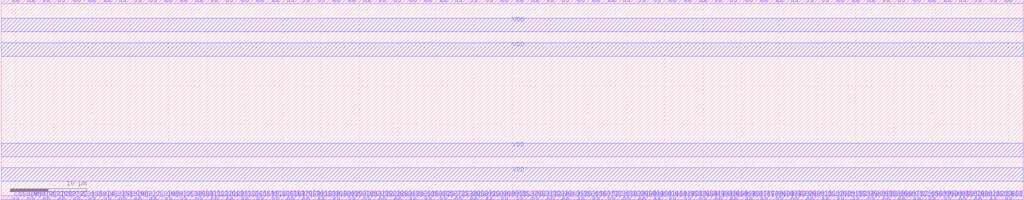
<source format=lef>
VERSION 5.7 ;
  NOWIREEXTENSIONATPIN ON ;
  DIVIDERCHAR "/" ;
  BUSBITCHARS "[]" ;
MACRO dac2u128out4in
  CLASS BLOCK ;
  FOREIGN dac2u128out4in ;
  ORIGIN 1.900 4.910 ;
  SIZE 133.800 BY 26.190 ;
  PIN VSS
    USE GROUND ;
    PORT
      LAYER Metal1 ;
        RECT -1.900 20.780 131.900 21.280 ;
    END
    PORT
      LAYER Metal1 ;
        RECT -1.900 -4.910 131.900 -4.410 ;
    END
  END VSS
#  PIN VbiasP[1]
#    PORT
#      LAYER Metal1 ;
#        RECT -1.000 10.040 131.000 14.970 ;
#    END
#  END VbiasP[1]
#  PIN Iout
#    PORT
#      LAYER Metal1 ;
#        RECT -1.900 7.835 131.900 8.535 ;
#    END
#  END Iout
#  PIN VbiasP[0]
#    PORT
#      LAYER Metal1 ;
#        RECT -1.000 1.400 131.000 6.330 ;
#    END
#  END VbiasP[0]
  PIN ON[64]
    PORT
      LAYER Metal2 ;
        RECT 128.130 20.990 128.420 21.280 ;
    END
  END ON[64]
  PIN ONB[64]
    PORT
      LAYER Metal2 ;
        RECT 127.580 20.990 127.870 21.280 ;
    END
  END ONB[64]
  PIN ON[65]
    PORT
      LAYER Metal2 ;
        RECT 126.130 20.990 126.420 21.280 ;
    END
  END ON[65]
  PIN ONB[65]
    PORT
      LAYER Metal2 ;
        RECT 125.580 20.990 125.870 21.280 ;
    END
  END ONB[65]
  PIN ON[66]
    PORT
      LAYER Metal2 ;
        RECT 124.130 20.990 124.420 21.280 ;
    END
  END ON[66]
  PIN ONB[66]
    PORT
      LAYER Metal2 ;
        RECT 123.580 20.990 123.870 21.280 ;
    END
  END ONB[66]
  PIN ON[67]
    PORT
      LAYER Metal2 ;
        RECT 122.130 20.990 122.420 21.280 ;
    END
  END ON[67]
  PIN ONB[67]
    PORT
      LAYER Metal2 ;
        RECT 121.580 20.990 121.870 21.280 ;
    END
  END ONB[67]
  PIN ON[68]
    PORT
      LAYER Metal2 ;
        RECT 120.130 20.990 120.420 21.280 ;
    END
  END ON[68]
  PIN ONB[68]
    PORT
      LAYER Metal2 ;
        RECT 119.580 20.990 119.870 21.280 ;
    END
  END ONB[68]
  PIN ON[69]
    PORT
      LAYER Metal2 ;
        RECT 118.130 20.990 118.420 21.280 ;
    END
  END ON[69]
  PIN ONB[69]
    PORT
      LAYER Metal2 ;
        RECT 117.580 20.990 117.870 21.280 ;
    END
  END ONB[69]
  PIN ON[70]
    PORT
      LAYER Metal2 ;
        RECT 116.130 20.990 116.420 21.280 ;
    END
  END ON[70]
  PIN ONB[70]
    PORT
      LAYER Metal2 ;
        RECT 115.580 20.990 115.870 21.280 ;
    END
  END ONB[70]
  PIN ON[71]
    PORT
      LAYER Metal2 ;
        RECT 114.130 20.990 114.420 21.280 ;
    END
  END ON[71]
  PIN ONB[71]
    PORT
      LAYER Metal2 ;
        RECT 113.580 20.990 113.870 21.280 ;
    END
  END ONB[71]
  PIN ON[72]
    PORT
      LAYER Metal2 ;
        RECT 112.130 20.990 112.420 21.280 ;
    END
  END ON[72]
  PIN ONB[72]
    PORT
      LAYER Metal2 ;
        RECT 111.580 20.990 111.870 21.280 ;
    END
  END ONB[72]
  PIN ON[73]
    PORT
      LAYER Metal2 ;
        RECT 110.130 20.990 110.420 21.280 ;
    END
  END ON[73]
  PIN ONB[73]
    PORT
      LAYER Metal2 ;
        RECT 109.580 20.990 109.870 21.280 ;
    END
  END ONB[73]
  PIN ON[74]
    PORT
      LAYER Metal2 ;
        RECT 108.130 20.990 108.420 21.280 ;
    END
  END ON[74]
  PIN ONB[74]
    PORT
      LAYER Metal2 ;
        RECT 107.580 20.990 107.870 21.280 ;
    END
  END ONB[74]
  PIN ON[75]
    PORT
      LAYER Metal2 ;
        RECT 106.130 20.990 106.420 21.280 ;
    END
  END ON[75]
  PIN ONB[75]
    PORT
      LAYER Metal2 ;
        RECT 105.580 20.990 105.870 21.280 ;
    END
  END ONB[75]
  PIN ON[76]
    PORT
      LAYER Metal2 ;
        RECT 104.130 20.990 104.420 21.280 ;
    END
  END ON[76]
  PIN ONB[76]
    PORT
      LAYER Metal2 ;
        RECT 103.580 20.990 103.870 21.280 ;
    END
  END ONB[76]
  PIN ON[77]
    PORT
      LAYER Metal2 ;
        RECT 102.130 20.990 102.420 21.280 ;
    END
  END ON[77]
  PIN ONB[77]
    PORT
      LAYER Metal2 ;
        RECT 101.580 20.990 101.870 21.280 ;
    END
  END ONB[77]
  PIN ON[78]
    PORT
      LAYER Metal2 ;
        RECT 100.130 20.990 100.420 21.280 ;
    END
  END ON[78]
  PIN ONB[78]
    PORT
      LAYER Metal2 ;
        RECT 99.580 20.990 99.870 21.280 ;
    END
  END ONB[78]
  PIN ON[79]
    PORT
      LAYER Metal2 ;
        RECT 98.130 20.990 98.420 21.280 ;
    END
  END ON[79]
  PIN ONB[79]
    PORT
      LAYER Metal2 ;
        RECT 97.580 20.990 97.870 21.280 ;
    END
  END ONB[79]
  PIN ON[80]
    PORT
      LAYER Metal2 ;
        RECT 96.130 20.990 96.420 21.280 ;
    END
  END ON[80]
  PIN ONB[80]
    PORT
      LAYER Metal2 ;
        RECT 95.580 20.990 95.870 21.280 ;
    END
  END ONB[80]
  PIN ON[81]
    PORT
      LAYER Metal2 ;
        RECT 94.130 20.990 94.420 21.280 ;
    END
  END ON[81]
  PIN ONB[81]
    PORT
      LAYER Metal2 ;
        RECT 93.580 20.990 93.870 21.280 ;
    END
  END ONB[81]
  PIN ON[82]
    PORT
      LAYER Metal2 ;
        RECT 92.130 20.990 92.420 21.280 ;
    END
  END ON[82]
  PIN ONB[82]
    PORT
      LAYER Metal2 ;
        RECT 91.580 20.990 91.870 21.280 ;
    END
  END ONB[82]
  PIN ON[83]
    PORT
      LAYER Metal2 ;
        RECT 90.130 20.990 90.420 21.280 ;
    END
  END ON[83]
  PIN ONB[83]
    PORT
      LAYER Metal2 ;
        RECT 89.580 20.990 89.870 21.280 ;
    END
  END ONB[83]
  PIN ON[84]
    PORT
      LAYER Metal2 ;
        RECT 88.130 20.990 88.420 21.280 ;
    END
  END ON[84]
  PIN ONB[84]
    PORT
      LAYER Metal2 ;
        RECT 87.580 20.990 87.870 21.280 ;
    END
  END ONB[84]
  PIN ON[85]
    PORT
      LAYER Metal2 ;
        RECT 86.130 20.990 86.420 21.280 ;
    END
  END ON[85]
  PIN ONB[85]
    PORT
      LAYER Metal2 ;
        RECT 85.580 20.990 85.870 21.280 ;
    END
  END ONB[85]
  PIN ON[86]
    PORT
      LAYER Metal2 ;
        RECT 84.130 20.990 84.420 21.280 ;
    END
  END ON[86]
  PIN ONB[86]
    PORT
      LAYER Metal2 ;
        RECT 83.580 20.990 83.870 21.280 ;
    END
  END ONB[86]
  PIN ON[87]
    PORT
      LAYER Metal2 ;
        RECT 82.130 20.990 82.420 21.280 ;
    END
  END ON[87]
  PIN ONB[87]
    PORT
      LAYER Metal2 ;
        RECT 81.580 20.990 81.870 21.280 ;
    END
  END ONB[87]
  PIN ON[88]
    PORT
      LAYER Metal2 ;
        RECT 80.130 20.990 80.420 21.280 ;
    END
  END ON[88]
  PIN ONB[88]
    PORT
      LAYER Metal2 ;
        RECT 79.580 20.990 79.870 21.280 ;
    END
  END ONB[88]
  PIN ON[89]
    PORT
      LAYER Metal2 ;
        RECT 78.130 20.990 78.420 21.280 ;
    END
  END ON[89]
  PIN ONB[89]
    PORT
      LAYER Metal2 ;
        RECT 77.580 20.990 77.870 21.280 ;
    END
  END ONB[89]
  PIN ON[90]
    PORT
      LAYER Metal2 ;
        RECT 76.130 20.990 76.420 21.280 ;
    END
  END ON[90]
  PIN ONB[90]
    PORT
      LAYER Metal2 ;
        RECT 75.580 20.990 75.870 21.280 ;
    END
  END ONB[90]
  PIN ON[91]
    PORT
      LAYER Metal2 ;
        RECT 74.130 20.990 74.420 21.280 ;
    END
  END ON[91]
  PIN ONB[91]
    PORT
      LAYER Metal2 ;
        RECT 73.580 20.990 73.870 21.280 ;
    END
  END ONB[91]
  PIN ON[92]
    PORT
      LAYER Metal2 ;
        RECT 72.130 20.990 72.420 21.280 ;
    END
  END ON[92]
  PIN ONB[92]
    PORT
      LAYER Metal2 ;
        RECT 71.580 20.990 71.870 21.280 ;
    END
  END ONB[92]
  PIN ON[93]
    PORT
      LAYER Metal2 ;
        RECT 70.130 20.990 70.420 21.280 ;
    END
  END ON[93]
  PIN ONB[93]
    PORT
      LAYER Metal2 ;
        RECT 69.580 20.990 69.870 21.280 ;
    END
  END ONB[93]
  PIN ON[94]
    PORT
      LAYER Metal2 ;
        RECT 68.130 20.990 68.420 21.280 ;
    END
  END ON[94]
  PIN ONB[94]
    PORT
      LAYER Metal2 ;
        RECT 67.580 20.990 67.870 21.280 ;
    END
  END ONB[94]
  PIN ON[95]
    PORT
      LAYER Metal2 ;
        RECT 66.130 20.990 66.420 21.280 ;
    END
  END ON[95]
  PIN ONB[95]
    PORT
      LAYER Metal2 ;
        RECT 65.580 20.990 65.870 21.280 ;
    END
  END ONB[95]
  PIN EN[2]
    PORT
      LAYER Metal2 ;
        RECT 130.130 20.990 130.420 21.280 ;
    END
  END EN[2]
  PIN ENB[2]
    PORT
      LAYER Metal2 ;
        RECT 129.580 20.990 129.870 21.280 ;
    END
  END ENB[2]
  PIN ON[97]
    PORT
      LAYER Metal2 ;
        RECT 62.130 20.990 62.420 21.280 ;
    END
  END ON[97]
  PIN ONB[97]
    PORT
      LAYER Metal2 ;
        RECT 61.580 20.990 61.870 21.280 ;
    END
  END ONB[97]
  PIN ON[98]
    PORT
      LAYER Metal2 ;
        RECT 60.130 20.990 60.420 21.280 ;
    END
  END ON[98]
  PIN ONB[98]
    PORT
      LAYER Metal2 ;
        RECT 59.580 20.990 59.870 21.280 ;
    END
  END ONB[98]
  PIN ON[99]
    PORT
      LAYER Metal2 ;
        RECT 58.130 20.990 58.420 21.280 ;
    END
  END ON[99]
  PIN ONB[99]
    PORT
      LAYER Metal2 ;
        RECT 57.580 20.990 57.870 21.280 ;
    END
  END ONB[99]
  PIN ON[100]
    PORT
      LAYER Metal2 ;
        RECT 56.130 20.990 56.420 21.280 ;
    END
  END ON[100]
  PIN ONB[100]
    PORT
      LAYER Metal2 ;
        RECT 55.580 20.990 55.870 21.280 ;
    END
  END ONB[100]
  PIN ON[101]
    PORT
      LAYER Metal2 ;
        RECT 54.130 20.990 54.420 21.280 ;
    END
  END ON[101]
  PIN ONB[101]
    PORT
      LAYER Metal2 ;
        RECT 53.580 20.990 53.870 21.280 ;
    END
  END ONB[101]
  PIN ON[102]
    PORT
      LAYER Metal2 ;
        RECT 52.130 20.990 52.420 21.280 ;
    END
  END ON[102]
  PIN ONB[102]
    PORT
      LAYER Metal2 ;
        RECT 51.580 20.990 51.870 21.280 ;
    END
  END ONB[102]
  PIN ON[103]
    PORT
      LAYER Metal2 ;
        RECT 50.130 20.990 50.420 21.280 ;
    END
  END ON[103]
  PIN ONB[103]
    PORT
      LAYER Metal2 ;
        RECT 49.580 20.990 49.870 21.280 ;
    END
  END ONB[103]
  PIN ON[104]
    PORT
      LAYER Metal2 ;
        RECT 48.130 20.990 48.420 21.280 ;
    END
  END ON[104]
  PIN ONB[104]
    PORT
      LAYER Metal2 ;
        RECT 47.580 20.990 47.870 21.280 ;
    END
  END ONB[104]
  PIN ON[105]
    PORT
      LAYER Metal2 ;
        RECT 46.130 20.990 46.420 21.280 ;
    END
  END ON[105]
  PIN ONB[105]
    PORT
      LAYER Metal2 ;
        RECT 45.580 20.990 45.870 21.280 ;
    END
  END ONB[105]
  PIN ON[106]
    PORT
      LAYER Metal2 ;
        RECT 44.130 20.990 44.420 21.280 ;
    END
  END ON[106]
  PIN ONB[106]
    PORT
      LAYER Metal2 ;
        RECT 43.580 20.990 43.870 21.280 ;
    END
  END ONB[106]
  PIN ON[107]
    PORT
      LAYER Metal2 ;
        RECT 42.130 20.990 42.420 21.280 ;
    END
  END ON[107]
  PIN ONB[107]
    PORT
      LAYER Metal2 ;
        RECT 41.580 20.990 41.870 21.280 ;
    END
  END ONB[107]
  PIN ON[108]
    PORT
      LAYER Metal2 ;
        RECT 40.130 20.990 40.420 21.280 ;
    END
  END ON[108]
  PIN ONB[108]
    PORT
      LAYER Metal2 ;
        RECT 39.580 20.990 39.870 21.280 ;
    END
  END ONB[108]
  PIN ON[109]
    PORT
      LAYER Metal2 ;
        RECT 38.130 20.990 38.420 21.280 ;
    END
  END ON[109]
  PIN ONB[109]
    PORT
      LAYER Metal2 ;
        RECT 37.580 20.990 37.870 21.280 ;
    END
  END ONB[109]
  PIN ON[110]
    PORT
      LAYER Metal2 ;
        RECT 36.130 20.990 36.420 21.280 ;
    END
  END ON[110]
  PIN ONB[110]
    PORT
      LAYER Metal2 ;
        RECT 35.580 20.990 35.870 21.280 ;
    END
  END ONB[110]
  PIN ON[111]
    PORT
      LAYER Metal2 ;
        RECT 34.130 20.990 34.420 21.280 ;
    END
  END ON[111]
  PIN ONB[111]
    PORT
      LAYER Metal2 ;
        RECT 33.580 20.990 33.870 21.280 ;
    END
  END ONB[111]
  PIN ON[112]
    PORT
      LAYER Metal2 ;
        RECT 32.130 20.990 32.420 21.280 ;
    END
  END ON[112]
  PIN ONB[112]
    PORT
      LAYER Metal2 ;
        RECT 31.580 20.990 31.870 21.280 ;
    END
  END ONB[112]
  PIN ON[113]
    PORT
      LAYER Metal2 ;
        RECT 30.130 20.990 30.420 21.280 ;
    END
  END ON[113]
  PIN ONB[113]
    PORT
      LAYER Metal2 ;
        RECT 29.580 20.990 29.870 21.280 ;
    END
  END ONB[113]
  PIN ON[114]
    PORT
      LAYER Metal2 ;
        RECT 28.130 20.990 28.420 21.280 ;
    END
  END ON[114]
  PIN ONB[114]
    PORT
      LAYER Metal2 ;
        RECT 27.580 20.990 27.870 21.280 ;
    END
  END ONB[114]
  PIN ON[115]
    PORT
      LAYER Metal2 ;
        RECT 26.130 20.990 26.420 21.280 ;
    END
  END ON[115]
  PIN ONB[115]
    PORT
      LAYER Metal2 ;
        RECT 25.580 20.990 25.870 21.280 ;
    END
  END ONB[115]
  PIN ON[116]
    PORT
      LAYER Metal2 ;
        RECT 24.130 20.990 24.420 21.280 ;
    END
  END ON[116]
  PIN ONB[116]
    PORT
      LAYER Metal2 ;
        RECT 23.580 20.990 23.870 21.280 ;
    END
  END ONB[116]
  PIN ON[117]
    PORT
      LAYER Metal2 ;
        RECT 22.130 20.990 22.420 21.280 ;
    END
  END ON[117]
  PIN ONB[117]
    PORT
      LAYER Metal2 ;
        RECT 21.580 20.990 21.870 21.280 ;
    END
  END ONB[117]
  PIN ON[118]
    PORT
      LAYER Metal2 ;
        RECT 20.130 20.990 20.420 21.280 ;
    END
  END ON[118]
  PIN ONB[118]
    PORT
      LAYER Metal2 ;
        RECT 19.580 20.990 19.870 21.280 ;
    END
  END ONB[118]
  PIN ON[119]
    PORT
      LAYER Metal2 ;
        RECT 18.130 20.990 18.420 21.280 ;
    END
  END ON[119]
  PIN ONB[119]
    PORT
      LAYER Metal2 ;
        RECT 17.580 20.990 17.870 21.280 ;
    END
  END ONB[119]
  PIN ON[120]
    PORT
      LAYER Metal2 ;
        RECT 16.130 20.990 16.420 21.280 ;
    END
  END ON[120]
  PIN ONB[120]
    PORT
      LAYER Metal2 ;
        RECT 15.580 20.990 15.870 21.280 ;
    END
  END ONB[120]
  PIN ON[121]
    PORT
      LAYER Metal2 ;
        RECT 14.130 20.990 14.420 21.280 ;
    END
  END ON[121]
  PIN ONB[121]
    PORT
      LAYER Metal2 ;
        RECT 13.580 20.990 13.870 21.280 ;
    END
  END ONB[121]
  PIN ON[122]
    PORT
      LAYER Metal2 ;
        RECT 12.130 20.990 12.420 21.280 ;
    END
  END ON[122]
  PIN ONB[122]
    PORT
      LAYER Metal2 ;
        RECT 11.580 20.990 11.870 21.280 ;
    END
  END ONB[122]
  PIN ON[123]
    PORT
      LAYER Metal2 ;
        RECT 10.130 20.990 10.420 21.280 ;
    END
  END ON[123]
  PIN ONB[123]
    PORT
      LAYER Metal2 ;
        RECT 9.580 20.990 9.870 21.280 ;
    END
  END ONB[123]
  PIN ON[124]
    PORT
      LAYER Metal2 ;
        RECT 8.130 20.990 8.420 21.280 ;
    END
  END ON[124]
  PIN ONB[124]
    PORT
      LAYER Metal2 ;
        RECT 7.580 20.990 7.870 21.280 ;
    END
  END ONB[124]
  PIN ON[125]
    PORT
      LAYER Metal2 ;
        RECT 6.130 20.990 6.420 21.280 ;
    END
  END ON[125]
  PIN ONB[125]
    PORT
      LAYER Metal2 ;
        RECT 5.580 20.990 5.870 21.280 ;
    END
  END ONB[125]
  PIN ON[126]
    PORT
      LAYER Metal2 ;
        RECT 4.130 20.990 4.420 21.280 ;
    END
  END ON[126]
  PIN ONB[126]
    PORT
      LAYER Metal2 ;
        RECT 3.580 20.990 3.870 21.280 ;
    END
  END ONB[126]
  PIN ON[127]
    PORT
      LAYER Metal2 ;
        RECT 2.130 20.990 2.420 21.280 ;
    END
  END ON[127]
  PIN ONB[127]
    PORT
      LAYER Metal2 ;
        RECT 1.580 20.990 1.870 21.280 ;
    END
  END ONB[127]
  PIN ON[96]
    PORT
      LAYER Metal2 ;
        RECT 64.130 20.990 64.420 21.280 ;
    END
  END ON[96]
  PIN ONB[96]
    PORT
      LAYER Metal2 ;
        RECT 63.580 20.990 63.870 21.280 ;
    END
  END ONB[96]
  PIN EN[3]
    PORT
      LAYER Metal2 ;
        RECT 0.130 20.990 0.420 21.280 ;
    END
  END EN[3]
  PIN ENB[3]
    PORT
      LAYER Metal2 ;
        RECT -0.420 20.990 -0.130 21.280 ;
    END
  END ENB[3]
  PIN ON[0]
    PORT
      LAYER Metal2 ;
        RECT 1.580 -4.910 1.870 -4.620 ;
    END
  END ON[0]
  PIN ONB[0]
    PORT
      LAYER Metal2 ;
        RECT 2.130 -4.910 2.420 -4.620 ;
    END
  END ONB[0]
  PIN ON[1]
    PORT
      LAYER Metal2 ;
        RECT 3.580 -4.910 3.870 -4.620 ;
    END
  END ON[1]
  PIN ONB[1]
    PORT
      LAYER Metal2 ;
        RECT 4.130 -4.910 4.420 -4.620 ;
    END
  END ONB[1]
  PIN ON[2]
    PORT
      LAYER Metal2 ;
        RECT 5.580 -4.910 5.870 -4.620 ;
    END
  END ON[2]
  PIN ONB[2]
    PORT
      LAYER Metal2 ;
        RECT 6.130 -4.910 6.420 -4.620 ;
    END
  END ONB[2]
  PIN ON[3]
    PORT
      LAYER Metal2 ;
        RECT 7.580 -4.910 7.870 -4.620 ;
    END
  END ON[3]
  PIN ONB[3]
    PORT
      LAYER Metal2 ;
        RECT 8.130 -4.910 8.420 -4.620 ;
    END
  END ONB[3]
  PIN ON[4]
    PORT
      LAYER Metal2 ;
        RECT 9.580 -4.910 9.870 -4.620 ;
    END
  END ON[4]
  PIN ONB[4]
    PORT
      LAYER Metal2 ;
        RECT 10.130 -4.910 10.420 -4.620 ;
    END
  END ONB[4]
  PIN ON[5]
    PORT
      LAYER Metal2 ;
        RECT 11.580 -4.910 11.870 -4.620 ;
    END
  END ON[5]
  PIN ONB[5]
    PORT
      LAYER Metal2 ;
        RECT 12.130 -4.910 12.420 -4.620 ;
    END
  END ONB[5]
  PIN ON[6]
    PORT
      LAYER Metal2 ;
        RECT 13.580 -4.910 13.870 -4.620 ;
    END
  END ON[6]
  PIN ONB[6]
    PORT
      LAYER Metal2 ;
        RECT 14.130 -4.910 14.420 -4.620 ;
    END
  END ONB[6]
  PIN ON[7]
    PORT
      LAYER Metal2 ;
        RECT 15.580 -4.910 15.870 -4.620 ;
    END
  END ON[7]
  PIN ONB[7]
    PORT
      LAYER Metal2 ;
        RECT 16.130 -4.910 16.420 -4.620 ;
    END
  END ONB[7]
  PIN ON[8]
    PORT
      LAYER Metal2 ;
        RECT 17.580 -4.910 17.870 -4.620 ;
    END
  END ON[8]
  PIN ONB[8]
    PORT
      LAYER Metal2 ;
        RECT 18.130 -4.910 18.420 -4.620 ;
    END
  END ONB[8]
  PIN ON[9]
    PORT
      LAYER Metal2 ;
        RECT 19.580 -4.910 19.870 -4.620 ;
    END
  END ON[9]
  PIN ONB[9]
    PORT
      LAYER Metal2 ;
        RECT 20.130 -4.910 20.420 -4.620 ;
    END
  END ONB[9]
  PIN ON[10]
    PORT
      LAYER Metal2 ;
        RECT 21.580 -4.910 21.870 -4.620 ;
    END
  END ON[10]
  PIN ONB[10]
    PORT
      LAYER Metal2 ;
        RECT 22.130 -4.910 22.420 -4.620 ;
    END
  END ONB[10]
  PIN ON[11]
    PORT
      LAYER Metal2 ;
        RECT 23.580 -4.910 23.870 -4.620 ;
    END
  END ON[11]
  PIN ONB[11]
    PORT
      LAYER Metal2 ;
        RECT 24.130 -4.910 24.420 -4.620 ;
    END
  END ONB[11]
  PIN ON[12]
    PORT
      LAYER Metal2 ;
        RECT 25.580 -4.910 25.870 -4.620 ;
    END
  END ON[12]
  PIN ONB[12]
    PORT
      LAYER Metal2 ;
        RECT 26.130 -4.910 26.420 -4.620 ;
    END
  END ONB[12]
  PIN ON[13]
    PORT
      LAYER Metal2 ;
        RECT 27.580 -4.910 27.870 -4.620 ;
    END
  END ON[13]
  PIN ONB[13]
    PORT
      LAYER Metal2 ;
        RECT 28.130 -4.910 28.420 -4.620 ;
    END
  END ONB[13]
  PIN ON[14]
    PORT
      LAYER Metal2 ;
        RECT 29.580 -4.910 29.870 -4.620 ;
    END
  END ON[14]
  PIN ONB[14]
    PORT
      LAYER Metal2 ;
        RECT 30.130 -4.910 30.420 -4.620 ;
    END
  END ONB[14]
  PIN ON[15]
    PORT
      LAYER Metal2 ;
        RECT 31.580 -4.910 31.870 -4.620 ;
    END
  END ON[15]
  PIN ONB[15]
    PORT
      LAYER Metal2 ;
        RECT 32.130 -4.910 32.420 -4.620 ;
    END
  END ONB[15]
  PIN ON[16]
    PORT
      LAYER Metal2 ;
        RECT 33.580 -4.910 33.870 -4.620 ;
    END
  END ON[16]
  PIN ONB[16]
    PORT
      LAYER Metal2 ;
        RECT 34.130 -4.910 34.420 -4.620 ;
    END
  END ONB[16]
  PIN ON[17]
    PORT
      LAYER Metal2 ;
        RECT 35.580 -4.910 35.870 -4.620 ;
    END
  END ON[17]
  PIN ONB[17]
    PORT
      LAYER Metal2 ;
        RECT 36.130 -4.910 36.420 -4.620 ;
    END
  END ONB[17]
  PIN ON[18]
    PORT
      LAYER Metal2 ;
        RECT 37.580 -4.910 37.870 -4.620 ;
    END
  END ON[18]
  PIN ONB[18]
    PORT
      LAYER Metal2 ;
        RECT 38.130 -4.910 38.420 -4.620 ;
    END
  END ONB[18]
  PIN ON[19]
    PORT
      LAYER Metal2 ;
        RECT 39.580 -4.910 39.870 -4.620 ;
    END
  END ON[19]
  PIN ONB[19]
    PORT
      LAYER Metal2 ;
        RECT 40.130 -4.910 40.420 -4.620 ;
    END
  END ONB[19]
  PIN ON[20]
    PORT
      LAYER Metal2 ;
        RECT 41.580 -4.910 41.870 -4.620 ;
    END
  END ON[20]
  PIN ONB[20]
    PORT
      LAYER Metal2 ;
        RECT 42.130 -4.910 42.420 -4.620 ;
    END
  END ONB[20]
  PIN ON[21]
    PORT
      LAYER Metal2 ;
        RECT 43.580 -4.910 43.870 -4.620 ;
    END
  END ON[21]
  PIN ONB[21]
    PORT
      LAYER Metal2 ;
        RECT 44.130 -4.910 44.420 -4.620 ;
    END
  END ONB[21]
  PIN ON[22]
    PORT
      LAYER Metal2 ;
        RECT 45.580 -4.910 45.870 -4.620 ;
    END
  END ON[22]
  PIN ONB[22]
    PORT
      LAYER Metal2 ;
        RECT 46.130 -4.910 46.420 -4.620 ;
    END
  END ONB[22]
  PIN ON[23]
    PORT
      LAYER Metal2 ;
        RECT 47.580 -4.910 47.870 -4.620 ;
    END
  END ON[23]
  PIN ONB[23]
    PORT
      LAYER Metal2 ;
        RECT 48.130 -4.910 48.420 -4.620 ;
    END
  END ONB[23]
  PIN ON[24]
    PORT
      LAYER Metal2 ;
        RECT 49.580 -4.910 49.870 -4.620 ;
    END
  END ON[24]
  PIN ONB[24]
    PORT
      LAYER Metal2 ;
        RECT 50.130 -4.910 50.420 -4.620 ;
    END
  END ONB[24]
  PIN ON[25]
    PORT
      LAYER Metal2 ;
        RECT 51.580 -4.910 51.870 -4.620 ;
    END
  END ON[25]
  PIN ONB[25]
    PORT
      LAYER Metal2 ;
        RECT 52.130 -4.910 52.420 -4.620 ;
    END
  END ONB[25]
  PIN ON[26]
    PORT
      LAYER Metal2 ;
        RECT 53.580 -4.910 53.870 -4.620 ;
    END
  END ON[26]
  PIN ONB[26]
    PORT
      LAYER Metal2 ;
        RECT 54.130 -4.910 54.420 -4.620 ;
    END
  END ONB[26]
  PIN ON[27]
    PORT
      LAYER Metal2 ;
        RECT 55.580 -4.910 55.870 -4.620 ;
    END
  END ON[27]
  PIN ONB[27]
    PORT
      LAYER Metal2 ;
        RECT 56.130 -4.910 56.420 -4.620 ;
    END
  END ONB[27]
  PIN ON[28]
    PORT
      LAYER Metal2 ;
        RECT 57.580 -4.910 57.870 -4.620 ;
    END
  END ON[28]
  PIN ONB[28]
    PORT
      LAYER Metal2 ;
        RECT 58.130 -4.910 58.420 -4.620 ;
    END
  END ONB[28]
  PIN ON[29]
    PORT
      LAYER Metal2 ;
        RECT 59.580 -4.910 59.870 -4.620 ;
    END
  END ON[29]
  PIN ONB[29]
    PORT
      LAYER Metal2 ;
        RECT 60.130 -4.910 60.420 -4.620 ;
    END
  END ONB[29]
  PIN ON[30]
    PORT
      LAYER Metal2 ;
        RECT 61.580 -4.910 61.870 -4.620 ;
    END
  END ON[30]
  PIN ONB[30]
    PORT
      LAYER Metal2 ;
        RECT 62.130 -4.910 62.420 -4.620 ;
    END
  END ONB[30]
  PIN ON[31]
    PORT
      LAYER Metal2 ;
        RECT 63.580 -4.910 63.870 -4.620 ;
    END
  END ON[31]
  PIN ONB[31]
    PORT
      LAYER Metal2 ;
        RECT 64.130 -4.910 64.420 -4.620 ;
    END
  END ONB[31]
  PIN EN[0]
    PORT
      LAYER Metal2 ;
        RECT -0.420 -4.910 -0.130 -4.620 ;
    END
  END EN[0]
  PIN ENB[0]
    PORT
      LAYER Metal2 ;
        RECT 0.130 -4.910 0.420 -4.620 ;
    END
  END ENB[0]
  PIN ON[33]
    PORT
      LAYER Metal2 ;
        RECT 67.580 -4.910 67.870 -4.620 ;
    END
  END ON[33]
  PIN ONB[33]
    PORT
      LAYER Metal2 ;
        RECT 68.130 -4.910 68.420 -4.620 ;
    END
  END ONB[33]
  PIN ON[34]
    PORT
      LAYER Metal2 ;
        RECT 69.580 -4.910 69.870 -4.620 ;
    END
  END ON[34]
  PIN ONB[34]
    PORT
      LAYER Metal2 ;
        RECT 70.130 -4.910 70.420 -4.620 ;
    END
  END ONB[34]
  PIN ON[35]
    PORT
      LAYER Metal2 ;
        RECT 71.580 -4.910 71.870 -4.620 ;
    END
  END ON[35]
  PIN ONB[35]
    PORT
      LAYER Metal2 ;
        RECT 72.130 -4.910 72.420 -4.620 ;
    END
  END ONB[35]
  PIN ON[36]
    PORT
      LAYER Metal2 ;
        RECT 73.580 -4.910 73.870 -4.620 ;
    END
  END ON[36]
  PIN ONB[36]
    PORT
      LAYER Metal2 ;
        RECT 74.130 -4.910 74.420 -4.620 ;
    END
  END ONB[36]
  PIN ON[37]
    PORT
      LAYER Metal2 ;
        RECT 75.580 -4.910 75.870 -4.620 ;
    END
  END ON[37]
  PIN ONB[37]
    PORT
      LAYER Metal2 ;
        RECT 76.130 -4.910 76.420 -4.620 ;
    END
  END ONB[37]
  PIN ON[38]
    PORT
      LAYER Metal2 ;
        RECT 77.580 -4.910 77.870 -4.620 ;
    END
  END ON[38]
  PIN ONB[38]
    PORT
      LAYER Metal2 ;
        RECT 78.130 -4.910 78.420 -4.620 ;
    END
  END ONB[38]
  PIN ON[39]
    PORT
      LAYER Metal2 ;
        RECT 79.580 -4.910 79.870 -4.620 ;
    END
  END ON[39]
  PIN ONB[39]
    PORT
      LAYER Metal2 ;
        RECT 80.130 -4.910 80.420 -4.620 ;
    END
  END ONB[39]
  PIN ON[40]
    PORT
      LAYER Metal2 ;
        RECT 81.580 -4.910 81.870 -4.620 ;
    END
  END ON[40]
  PIN ONB[40]
    PORT
      LAYER Metal2 ;
        RECT 82.130 -4.910 82.420 -4.620 ;
    END
  END ONB[40]
  PIN ON[41]
    PORT
      LAYER Metal2 ;
        RECT 83.580 -4.910 83.870 -4.620 ;
    END
  END ON[41]
  PIN ONB[41]
    PORT
      LAYER Metal2 ;
        RECT 84.130 -4.910 84.420 -4.620 ;
    END
  END ONB[41]
  PIN ON[42]
    PORT
      LAYER Metal2 ;
        RECT 85.580 -4.910 85.870 -4.620 ;
    END
  END ON[42]
  PIN ONB[42]
    PORT
      LAYER Metal2 ;
        RECT 86.130 -4.910 86.420 -4.620 ;
    END
  END ONB[42]
  PIN ON[43]
    PORT
      LAYER Metal2 ;
        RECT 87.580 -4.910 87.870 -4.620 ;
    END
  END ON[43]
  PIN ONB[43]
    PORT
      LAYER Metal2 ;
        RECT 88.130 -4.910 88.420 -4.620 ;
    END
  END ONB[43]
  PIN ON[44]
    PORT
      LAYER Metal2 ;
        RECT 89.580 -4.910 89.870 -4.620 ;
    END
  END ON[44]
  PIN ONB[44]
    PORT
      LAYER Metal2 ;
        RECT 90.130 -4.910 90.420 -4.620 ;
    END
  END ONB[44]
  PIN ON[45]
    PORT
      LAYER Metal2 ;
        RECT 91.580 -4.910 91.870 -4.620 ;
    END
  END ON[45]
  PIN ONB[45]
    PORT
      LAYER Metal2 ;
        RECT 92.130 -4.910 92.420 -4.620 ;
    END
  END ONB[45]
  PIN ON[46]
    PORT
      LAYER Metal2 ;
        RECT 93.580 -4.910 93.870 -4.620 ;
    END
  END ON[46]
  PIN ONB[46]
    PORT
      LAYER Metal2 ;
        RECT 94.130 -4.910 94.420 -4.620 ;
    END
  END ONB[46]
  PIN ON[47]
    PORT
      LAYER Metal2 ;
        RECT 95.580 -4.910 95.870 -4.620 ;
    END
  END ON[47]
  PIN ONB[47]
    PORT
      LAYER Metal2 ;
        RECT 96.130 -4.910 96.420 -4.620 ;
    END
  END ONB[47]
  PIN ON[48]
    PORT
      LAYER Metal2 ;
        RECT 97.580 -4.910 97.870 -4.620 ;
    END
  END ON[48]
  PIN ONB[48]
    PORT
      LAYER Metal2 ;
        RECT 98.130 -4.910 98.420 -4.620 ;
    END
  END ONB[48]
  PIN ON[49]
    PORT
      LAYER Metal2 ;
        RECT 99.580 -4.910 99.870 -4.620 ;
    END
  END ON[49]
  PIN ONB[49]
    PORT
      LAYER Metal2 ;
        RECT 100.130 -4.910 100.420 -4.620 ;
    END
  END ONB[49]
  PIN ON[50]
    PORT
      LAYER Metal2 ;
        RECT 101.580 -4.910 101.870 -4.620 ;
    END
  END ON[50]
  PIN ONB[50]
    PORT
      LAYER Metal2 ;
        RECT 102.130 -4.910 102.420 -4.620 ;
    END
  END ONB[50]
  PIN ON[51]
    PORT
      LAYER Metal2 ;
        RECT 103.580 -4.910 103.870 -4.620 ;
    END
  END ON[51]
  PIN ONB[51]
    PORT
      LAYER Metal2 ;
        RECT 104.130 -4.910 104.420 -4.620 ;
    END
  END ONB[51]
  PIN ON[52]
    PORT
      LAYER Metal2 ;
        RECT 105.580 -4.910 105.870 -4.620 ;
    END
  END ON[52]
  PIN ONB[52]
    PORT
      LAYER Metal2 ;
        RECT 106.130 -4.910 106.420 -4.620 ;
    END
  END ONB[52]
  PIN ON[53]
    PORT
      LAYER Metal2 ;
        RECT 107.580 -4.910 107.870 -4.620 ;
    END
  END ON[53]
  PIN ONB[53]
    PORT
      LAYER Metal2 ;
        RECT 108.130 -4.910 108.420 -4.620 ;
    END
  END ONB[53]
  PIN ON[54]
    PORT
      LAYER Metal2 ;
        RECT 109.580 -4.910 109.870 -4.620 ;
    END
  END ON[54]
  PIN ONB[54]
    PORT
      LAYER Metal2 ;
        RECT 110.130 -4.910 110.420 -4.620 ;
    END
  END ONB[54]
  PIN ON[55]
    PORT
      LAYER Metal2 ;
        RECT 111.580 -4.910 111.870 -4.620 ;
    END
  END ON[55]
  PIN ONB[55]
    PORT
      LAYER Metal2 ;
        RECT 112.130 -4.910 112.420 -4.620 ;
    END
  END ONB[55]
  PIN ON[56]
    PORT
      LAYER Metal2 ;
        RECT 113.580 -4.910 113.870 -4.620 ;
    END
  END ON[56]
  PIN ONB[56]
    PORT
      LAYER Metal2 ;
        RECT 114.130 -4.910 114.420 -4.620 ;
    END
  END ONB[56]
  PIN ON[57]
    PORT
      LAYER Metal2 ;
        RECT 115.580 -4.910 115.870 -4.620 ;
    END
  END ON[57]
  PIN ONB[57]
    PORT
      LAYER Metal2 ;
        RECT 116.130 -4.910 116.420 -4.620 ;
    END
  END ONB[57]
  PIN ON[58]
    PORT
      LAYER Metal2 ;
        RECT 117.580 -4.910 117.870 -4.620 ;
    END
  END ON[58]
  PIN ONB[58]
    PORT
      LAYER Metal2 ;
        RECT 118.130 -4.910 118.420 -4.620 ;
    END
  END ONB[58]
  PIN ON[59]
    PORT
      LAYER Metal2 ;
        RECT 119.580 -4.910 119.870 -4.620 ;
    END
  END ON[59]
  PIN ONB[59]
    PORT
      LAYER Metal2 ;
        RECT 120.130 -4.910 120.420 -4.620 ;
    END
  END ONB[59]
  PIN ON[60]
    PORT
      LAYER Metal2 ;
        RECT 121.580 -4.910 121.870 -4.620 ;
    END
  END ON[60]
  PIN ONB[60]
    PORT
      LAYER Metal2 ;
        RECT 122.130 -4.910 122.420 -4.620 ;
    END
  END ONB[60]
  PIN ON[61]
    PORT
      LAYER Metal2 ;
        RECT 123.580 -4.910 123.870 -4.620 ;
    END
  END ON[61]
  PIN ONB[61]
    PORT
      LAYER Metal2 ;
        RECT 124.130 -4.910 124.420 -4.620 ;
    END
  END ONB[61]
  PIN ON[62]
    PORT
      LAYER Metal2 ;
        RECT 125.580 -4.910 125.870 -4.620 ;
    END
  END ON[62]
  PIN ONB[62]
    PORT
      LAYER Metal2 ;
        RECT 126.130 -4.910 126.420 -4.620 ;
    END
  END ONB[62]
  PIN ON[63]
    PORT
      LAYER Metal2 ;
        RECT 127.580 -4.910 127.870 -4.620 ;
    END
  END ON[63]
  PIN ONB[63]
    PORT
      LAYER Metal2 ;
        RECT 128.130 -4.910 128.420 -4.620 ;
    END
  END ONB[63]
  PIN ON[32]
    PORT
      LAYER Metal2 ;
        RECT 65.580 -4.910 65.870 -4.620 ;
    END
  END ON[32]
  PIN ONB[32]
    PORT
      LAYER Metal2 ;
        RECT 66.130 -4.910 66.420 -4.620 ;
    END
  END ONB[32]
  PIN EN[1]
    PORT
      LAYER Metal2 ;
        RECT 129.580 -4.910 129.870 -4.620 ;
    END
  END EN[1]
  PIN ENB[1]
    PORT
      LAYER Metal2 ;
        RECT 130.130 -4.910 130.420 -4.620 ;
    END
  END ENB[1]
  PIN VDD
    USE POWER ;
    PORT
      LAYER Metal3 ;
        RECT -1.900 -2.480 131.900 -0.750 ;
    END
    PORT
      LAYER Metal3 ;
        RECT -1.900 0.750 131.900 2.480 ;
    END
    PORT
      LAYER Metal3 ;
        RECT -1.900 17.120 131.900 18.850 ;
    END
    PORT
      LAYER Metal3 ;
        RECT -1.900 13.890 131.900 15.620 ;
    END
  END VDD
#  PIN VcascP[1]
#    PORT
#      LAYER Metal3 ;
#        RECT -1.900 16.020 131.900 16.720 ;
#    END
#  END VcascP[1]
#  PIN VcascP[0]
#    PORT
#      LAYER Metal3 ;
#        RECT -1.900 -0.350 131.900 0.350 ;
#    END
#  END VcascP[0]
END dac2u128out4in
END LIBRARY


</source>
